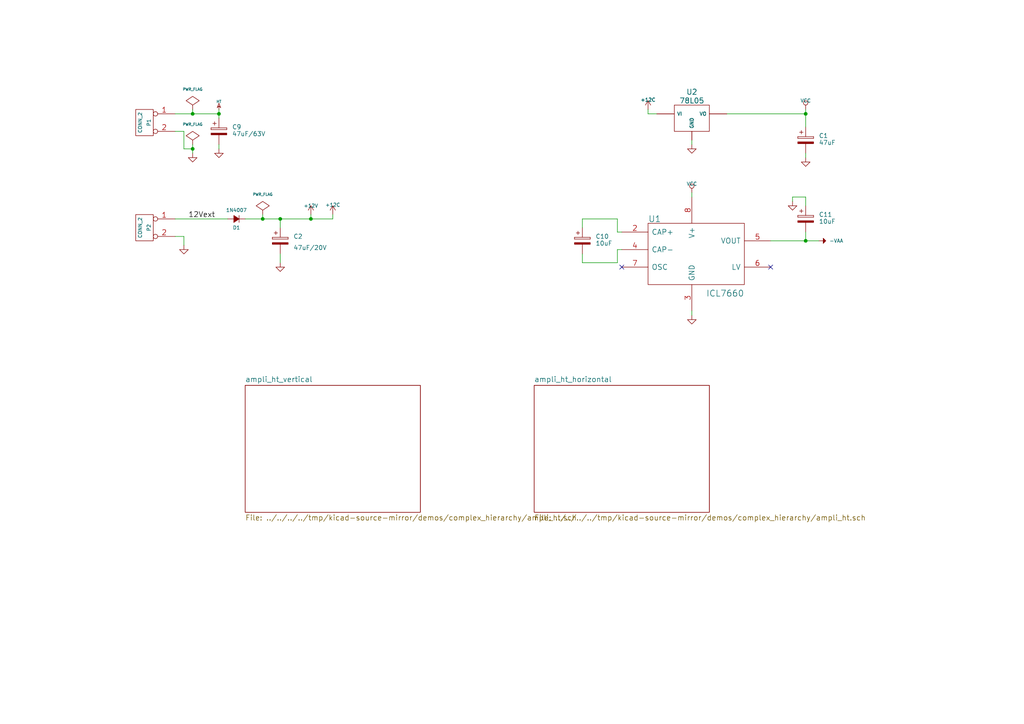
<source format=kicad_sch>
(kicad_sch (version 20230121) (generator eeschema)
  (paper "A4")
  (title_block (date "21 mar 2015"))
  (lib_symbols
    (symbol "complex_hierarchy_schlib:+12C" (power) (pin_names (offset 0))
      (property "Value" "+12C" (at 0 3.81 0))
      (symbol "+12C_0_1"
        (polyline (pts (xy -0.762 1.27) (xy 0 2.54)))
        (polyline (pts (xy 0 0) (xy 0 2.54)))
        (polyline (pts (xy 0 2.54) (xy 0.762 1.27)))
      )
      (symbol "+12C_1_1"
        (pin power_in line (at 0 0 90) (length 0) hide (name "+12C") (number "1"))
      )
    )
    (symbol "complex_hierarchy_schlib:+12V" (power) (pin_names (offset 0))
      (property "Value" "+12V" (at 0 3.556 0))
      (symbol "+12V_0_1"
        (polyline (pts (xy -0.762 1.27) (xy 0 2.54)))
        (polyline (pts (xy 0 0) (xy 0 2.54)))
        (polyline (pts (xy 0 2.54) (xy 0.762 1.27)))
      )
      (symbol "+12V_1_1"
        (pin power_in line (at 0 0 90) (length 0) hide (name "+12V") (number "1"))
      )
    )
    (symbol "complex_hierarchy_schlib:-VAA" (power) (pin_names (offset 0))
      (property "Value" "-VAA" (at 0 2.54 0))
      (symbol "-VAA_0_0"
        (pin power_in line (at 0 0 90) (length 0) hide (name "-VAA") (number "1"))
      )
      (symbol "-VAA_0_1"
        (polyline (pts (xy 0 0) (xy 0 1.27) (xy 0 1.27)))
        (polyline (pts (xy 0 2.032) (xy 0.762 1.27) (xy -0.508 1.27) (xy -0.762 1.27) (xy 0 2.032) (xy 0 2.032) (xy 0 2.032)) (fill (type outline)))
      )
    )
    (symbol "complex_hierarchy_schlib:7805" (pin_numbers hide) (pin_names (offset 0.762))
      (property "Reference" "U" (at 3.81 -4.9784 0))
      (property "Value" "7805" (at 0 5.08 0))
      (symbol "7805_0_1"
        (rectangle (start -5.08 -3.81) (end 5.08 3.81))
      )
      (symbol "7805_1_1"
        (pin input line (at 0 -6.35 90) (length 2.54) (name "GND") (number "GND"))
        (pin input line (at -10.16 1.27 0) (length 5.08) (name "VI") (number "VI"))
        (pin power_out line (at 10.16 1.27 180) (length 5.08) (name "VO") (number "VO"))
      )
    )
    (symbol "complex_hierarchy_schlib:CONN_2" (pin_names (offset 1.016) hide)
      (property "Reference" "P" (at -1.27 0 90))
      (property "Value" "CONN_2" (at 1.27 0 90))
      (symbol "CONN_2_0_1"
        (rectangle (start -2.54 3.81) (end 2.54 -3.81))
      )
      (symbol "CONN_2_1_1"
        (pin passive inverted (at -8.89 2.54 0) (length 6.35) (name "P1") (number "1"))
        (pin passive inverted (at -8.89 -2.54 0) (length 6.35) (name "PM") (number "2"))
      )
    )
    (symbol "complex_hierarchy_schlib:CP" (pin_numbers hide) (pin_names (offset 0.254))
      (property "Reference" "C" (at 0.635 2.54 0))
      (property "Value" "CP" (at 0.635 -2.54 0))
      (symbol "CP_0_1"
        (rectangle (start -2.286 0.508) (end -2.286 1.016))
        (rectangle (start -2.286 0.508) (end 2.286 0.508))
        (rectangle (start -1.778 2.286) (end -0.762 2.286))
        (rectangle (start -1.27 1.778) (end -1.27 2.794))
        (rectangle (start 2.286 -0.508) (end -2.286 -1.016) (fill (type outline)))
        (rectangle (start 2.286 1.016) (end -2.286 1.016))
        (rectangle (start 2.286 1.016) (end 2.286 0.508))
      )
      (symbol "CP_1_1"
        (pin passive line (at 0 3.81 270) (length 2.794) (name "~") (number "1"))
        (pin passive line (at 0 -3.81 90) (length 2.794) (name "~") (number "2"))
      )
    )
    (symbol "complex_hierarchy_schlib:D_Small" (pin_numbers hide) (pin_names (offset 0.254) hide)
      (property "Reference" "D" (at -1.27 2.032 0))
      (property "Value" "D_Small" (at -3.81 -2.032 0))
      (symbol "D_Small_0_1"
        (polyline (pts (xy -0.762 -1.016) (xy -0.762 1.016)))
        (polyline (pts (xy 0.762 -1.016) (xy -0.762 0) (xy 0.762 1.016) (xy 0.762 -1.016)) (fill (type outline)))
      )
      (symbol "D_Small_1_1"
        (pin passive line (at -2.54 0 0) (length 1.778) (name "K") (number "1"))
        (pin passive line (at 2.54 0 180) (length 1.778) (name "A") (number "2"))
      )
    )
    (symbol "complex_hierarchy_schlib:GND" (power) (pin_names (offset 0))
      (property "Value" "GND" (at 0 -3.1242 0))
      (symbol "GND_0_1"
        (polyline (pts (xy 0 0) (xy 0 -1.27) (xy 1.27 -1.27) (xy 0 -2.54) (xy -1.27 -1.27) (xy 0 -1.27)))
      )
      (symbol "GND_1_1"
        (pin power_in line (at 0 0 270) (length 0) hide (name "GND") (number "1"))
      )
    )
    (symbol "complex_hierarchy_schlib:HT" (power) (pin_names (offset 0))
      (property "Value" "HT" (at 0 2.286 0))
      (symbol "HT_0_0"
        (pin power_in line (at 0 0 90) (length 0) hide (name "HT") (number "1"))
      )
      (symbol "HT_0_1"
        (polyline (pts (xy 0 0) (xy 0 1.016) (xy 0 1.016)))
        (polyline (pts (xy 0 1.016) (xy 0.508 0.508) (xy 0 1.778) (xy -0.508 0.508) (xy 0 1.016) (xy 0 1.016)))
      )
    )
    (symbol "complex_hierarchy_schlib:ICL7660" (pin_names (offset 1.016))
      (property "Reference" "U" (at 5.08 10.16 0))
      (property "Value" "ICL7660" (at 1.27 -11.43 0))
      (symbol "ICL7660_0_1"
        (rectangle (start -13.97 -8.89) (end 13.97 8.89))
      )
      (symbol "ICL7660_1_1"
        (pin input line (at -21.59 6.35 0) (length 7.62) (name "CAP+") (number "2"))
        (pin power_in line (at -1.27 -16.51 90) (length 7.62) (name "GND") (number "3"))
        (pin input line (at -21.59 1.27 0) (length 7.62) (name "CAP-") (number "4"))
        (pin power_out line (at 21.59 3.81 180) (length 7.62) (name "VOUT") (number "5"))
        (pin input line (at 21.59 -3.81 180) (length 7.62) (name "LV") (number "6"))
        (pin input line (at -21.59 -3.81 0) (length 7.62) (name "OSC") (number "7"))
        (pin power_in line (at -1.27 16.51 270) (length 7.62) (name "V+") (number "8"))
      )
    )
    (symbol "complex_hierarchy_schlib:PWR_FLAG" (power) (pin_numbers hide) (pin_names (offset 0) hide)
      (property "Value" "PWR_FLAG" (at 0 4.572 0))
      (symbol "PWR_FLAG_0_0"
        (pin power_out line (at 0 0 90) (length 0) (name "pwr") (number "1"))
      )
      (symbol "PWR_FLAG_0_1"
        (polyline (pts (xy 0 0) (xy 0 1.27) (xy -1.905 2.54) (xy 0 3.81) (xy 1.905 2.54) (xy 0 1.27)))
      )
    )
    (symbol "complex_hierarchy_schlib:VCC" (power) (pin_names (offset 0))
      (property "Value" "VCC" (at 0 3.81 0))
      (symbol "VCC_0_1"
        (polyline (pts (xy 0 0) (xy 0 1.27)))
        (circle (center 0 1.905) (radius 0.635))
      )
      (symbol "VCC_1_1"
        (pin power_in line (at 0 0 90) (length 0) hide (name "VCC") (number "1"))
      )
    )
  )
  (junction (at 81.28 63.5))
  (junction (at 233.68 33.02))
  (junction (at 233.68 69.85))
  (junction (at 76.2 63.5))
  (junction (at 55.88 33.02))
  (junction (at 55.88 43.18))
  (junction (at 90.17 63.5))
  (junction (at 63.5 33.02))
  (no_connect (at 180.34 77.47))
  (no_connect (at 223.52 77.47))
  (wire (pts (xy 187.96 31.75) (xy 187.96 33.02)))
  (wire (pts (xy 200.66 91.44) (xy 200.66 90.17)))
  (wire (pts (xy 50.8 38.1) (xy 53.34 38.1)))
  (wire (pts (xy 71.12 63.5) (xy 76.2 63.5)))
  (wire (pts (xy 233.68 67.31) (xy 233.68 69.85)))
  (wire (pts (xy 55.88 31.75) (xy 55.88 33.02)))
  (wire (pts (xy 200.66 55.88) (xy 200.66 57.15)))
  (wire (pts (xy 168.91 66.04) (xy 168.91 63.5)))
  (wire (pts (xy 223.52 69.85) (xy 233.68 69.85)))
  (wire (pts (xy 55.88 43.18) (xy 55.88 44.45)))
  (wire (pts (xy 81.28 63.5) (xy 90.17 63.5)))
  (wire (pts (xy 81.28 73.66) (xy 81.28 76.2)))
  (wire (pts (xy 233.68 31.75) (xy 233.68 33.02)))
  (wire (pts (xy 233.68 33.02) (xy 233.68 36.83)))
  (wire (pts (xy 168.91 73.66) (xy 168.91 76.2)))
  (wire (pts (xy 90.17 62.23) (xy 90.17 63.5)))
  (wire (pts (xy 53.34 43.18) (xy 55.88 43.18)))
  (wire (pts (xy 63.5 31.75) (xy 63.5 33.02)))
  (wire (pts (xy 76.2 63.5) (xy 81.28 63.5)))
  (wire (pts (xy 179.07 76.2) (xy 179.07 72.39)))
  (wire (pts (xy 179.07 63.5) (xy 179.07 67.31)))
  (wire (pts (xy 63.5 41.91) (xy 63.5 43.18)))
  (wire (pts (xy 53.34 38.1) (xy 53.34 43.18)))
  (wire (pts (xy 229.87 57.15) (xy 233.68 57.15)))
  (wire (pts (xy 81.28 63.5) (xy 81.28 66.04)))
  (wire (pts (xy 53.34 71.12) (xy 53.34 68.58)))
  (wire (pts (xy 233.68 59.69) (xy 233.68 57.15)))
  (wire (pts (xy 63.5 33.02) (xy 63.5 34.29)))
  (wire (pts (xy 187.96 33.02) (xy 190.5 33.02)))
  (wire (pts (xy 50.8 63.5) (xy 66.04 63.5)))
  (wire (pts (xy 168.91 76.2) (xy 179.07 76.2)))
  (wire (pts (xy 233.68 69.85) (xy 237.49 69.85)))
  (wire (pts (xy 53.34 68.58) (xy 50.8 68.58)))
  (wire (pts (xy 96.52 63.5) (xy 96.52 62.23)))
  (wire (pts (xy 200.66 41.91) (xy 200.66 40.64)))
  (wire (pts (xy 229.87 58.42) (xy 229.87 57.15)))
  (wire (pts (xy 50.8 33.02) (xy 55.88 33.02)))
  (wire (pts (xy 210.82 33.02) (xy 233.68 33.02)))
  (wire (pts (xy 168.91 63.5) (xy 179.07 63.5)))
  (wire (pts (xy 179.07 67.31) (xy 180.34 67.31)))
  (wire (pts (xy 76.2 63.5) (xy 76.2 62.23)))
  (wire (pts (xy 55.88 41.91) (xy 55.88 43.18)))
  (wire (pts (xy 90.17 63.5) (xy 96.52 63.5)))
  (wire (pts (xy 55.88 33.02) (xy 63.5 33.02)))
  (wire (pts (xy 179.07 72.39) (xy 180.34 72.39)))
  (wire (pts (xy 233.68 44.45) (xy 233.68 45.72)))
  (label "12Vext" (at 54.61 63.5 0) (effects (font (size 1.524 1.524))))
  (symbol (lib_id "complex_hierarchy_schlib:CONN_2") (at 41.91 66.04 0) (mirror y) (unit 1)
    (property "Reference" "P2" (at 43.18 66.04 90) (effects (font (size 1.016 1.016))))
    (property "Value" "CONN_2" (at 40.64 66.04 90) (effects (font (size 1.016 1.016))))
    (property "Footprint" "Connect:bornier2" (effects hide))
  )
  (symbol (lib_id "complex_hierarchy_schlib:GND") (at 53.34 71.12 0) (unit 1)
    (property "Reference" "#PWR018" (effects hide))
    (property "Value" "GND" (effects hide))
  )
  (symbol (lib_id "complex_hierarchy_schlib:D_Small") (at 68.58 63.5 0) (mirror y) (unit 1)
    (property "Reference" "D1" (at 68.58 66.04 0) (effects (font (size 1.016 1.016))))
    (property "Value" "1N4007" (at 68.58 60.96 0) (effects (font (size 1.016 1.016))))
    (property "Footprint" "Discret:D5" (effects hide))
  )
  (symbol (lib_id "complex_hierarchy_schlib:CP") (at 81.28 69.85 0) (unit 1)
    (property "Reference" "C2" (at 85.09 68.58 0) (effects (justify left)))
    (property "Value" "47uF/20V" (at 85.09 71.12 0) (effects (justify left top)))
    (property "Footprint" "Discret:CP6" (effects hide))
  )
  (symbol (lib_id "complex_hierarchy_schlib:GND") (at 81.28 76.2 0) (unit 1)
    (property "Reference" "#PWR017" (effects hide))
    (property "Value" "GND" (effects hide))
  )
  (symbol (lib_id "complex_hierarchy_schlib:+12V") (at 90.17 62.23 0) (unit 1)
    (property "Reference" "#U016" (effects hide))
    (property "Value" "+12V" (at 90.17 59.69 0) (effects (font (size 1.016 1.016))))
  )
  (symbol (lib_id "complex_hierarchy_schlib:PWR_FLAG") (at 55.88 41.91 0) (unit 1)
    (property "Reference" "#U015" (effects hide))
    (property "Value" "PWR_FLAG" (at 55.88 36.068 0) (effects (font (size 0.762 0.762))))
  )
  (symbol (lib_id "complex_hierarchy_schlib:+12C") (at 96.52 62.23 0) (unit 1)
    (property "Reference" "#PWR014" (effects hide))
    (property "Value" "+12C" (at 96.52 59.436 0) (effects (font (size 1.016 1.016))))
  )
  (symbol (lib_id "complex_hierarchy_schlib:PWR_FLAG") (at 76.2 62.23 0) (unit 1)
    (property "Reference" "#U013" (effects hide))
    (property "Value" "PWR_FLAG" (at 76.2 56.388 0) (effects (font (size 0.762 0.762))))
  )
  (symbol (lib_id "complex_hierarchy_schlib:PWR_FLAG") (at 55.88 31.75 0) (unit 1)
    (property "Reference" "#U012" (effects hide))
    (property "Value" "PWR_FLAG" (at 55.88 25.908 0) (effects (font (size 0.762 0.762))))
  )
  (symbol (lib_id "complex_hierarchy_schlib:+12C") (at 187.96 31.75 0) (unit 1)
    (property "Reference" "#PWR011" (effects hide))
    (property "Value" "+12C" (at 187.96 28.956 0) (effects (font (size 1.016 1.016))))
  )
  (symbol (lib_id "complex_hierarchy_schlib:GND") (at 200.66 41.91 0) (unit 1)
    (property "Reference" "#PWR010" (effects hide))
    (property "Value" "GND" (effects hide))
  )
  (symbol (lib_id "complex_hierarchy_schlib:GND") (at 233.68 45.72 0) (unit 1)
    (property "Reference" "#PWR09" (effects hide))
    (property "Value" "GND" (effects hide))
  )
  (symbol (lib_id "complex_hierarchy_schlib:CP") (at 233.68 40.64 0) (unit 1)
    (property "Reference" "C1" (at 237.49 39.37 0) (effects (justify left)))
    (property "Value" "47uF" (at 237.49 40.64 0) (effects (justify left top)))
    (property "Footprint" "Discret:CP6" (effects hide))
  )
  (symbol (lib_id "complex_hierarchy_schlib:HT") (at 63.5 31.75 0) (unit 1)
    (property "Reference" "#PWR08" (effects hide))
    (property "Value" "HT" (at 63.5 29.464 0) (effects (font (size 0.762 0.762))))
  )
  (symbol (lib_id "complex_hierarchy_schlib:CONN_2") (at 41.91 35.56 0) (mirror y) (unit 1)
    (property "Reference" "P1" (at 43.18 35.56 90) (effects (font (size 1.016 1.016))))
    (property "Value" "CONN_2" (at 40.64 35.56 90) (effects (font (size 1.016 1.016))))
    (property "Footprint" "Connect:bornier2" (effects hide))
  )
  (symbol (lib_id "complex_hierarchy_schlib:GND") (at 55.88 44.45 0) (unit 1)
    (property "Reference" "#PWR07" (effects hide))
    (property "Value" "GND" (effects hide))
  )
  (symbol (lib_id "complex_hierarchy_schlib:GND") (at 63.5 43.18 0) (unit 1)
    (property "Reference" "#PWR06" (effects hide))
    (property "Value" "GND" (effects hide))
  )
  (symbol (lib_id "complex_hierarchy_schlib:CP") (at 63.5 38.1 0) (unit 1)
    (property "Reference" "C9" (at 67.31 36.83 0) (effects (justify left)))
    (property "Value" "47uF/63V" (at 67.31 38.1 0) (effects (justify left top)))
    (property "Footprint" "Discret:CP8" (effects hide))
  )
  (symbol (lib_id "complex_hierarchy_schlib:ICL7660") (at 201.93 73.66 0) (unit 1)
    (property "Reference" "U1" (at 187.96 63.5 0) (effects (font (size 1.778 1.778)) (justify left)))
    (property "Value" "ICL7660" (at 215.9 85.09 0) (effects (font (size 1.778 1.778)) (justify right)))
    (property "Footprint" "dip_sockets:DIP-8__300_ELL" (effects hide))
  )
  (symbol (lib_id "complex_hierarchy_schlib:GND") (at 200.66 91.44 0) (unit 1)
    (property "Reference" "#PWR05" (effects hide))
    (property "Value" "GND" (effects hide))
  )
  (symbol (lib_id "complex_hierarchy_schlib:VCC") (at 233.68 31.75 0) (unit 1)
    (property "Reference" "#PWR04" (effects hide))
    (property "Value" "VCC" (at 233.68 29.21 0) (effects (font (size 1.016 1.016))))
  )
  (symbol (lib_id "complex_hierarchy_schlib:VCC") (at 200.66 55.88 0) (unit 1)
    (property "Reference" "#PWR03" (effects hide))
    (property "Value" "VCC" (at 200.66 53.34 0) (effects (font (size 1.016 1.016))))
  )
  (symbol (lib_id "complex_hierarchy_schlib:7805") (at 200.66 34.29 0) (unit 1)
    (property "Reference" "U2" (at 200.66 26.67 0) (effects (font (size 1.524 1.524))))
    (property "Value" "78L05" (at 200.66 29.21 0) (effects (font (size 1.524 1.524))))
    (property "Footprint" "Discret:LM78LXX" (effects hide))
  )
  (symbol (lib_id "complex_hierarchy_schlib:-VAA") (at 237.49 69.85 270) (unit 1)
    (property "Reference" "#PWR02" (effects hide))
    (property "Value" "-VAA" (at 242.57 69.85 90) (effects (font (size 1.016 1.016))))
  )
  (symbol (lib_id "complex_hierarchy_schlib:CP") (at 233.68 63.5 0) (unit 1)
    (property "Reference" "C11" (at 237.49 62.23 0) (effects (justify left)))
    (property "Value" "10uF" (at 237.49 63.5 0) (effects (justify left top)))
    (property "Footprint" "Discret:CP6" (effects hide))
  )
  (symbol (lib_id "complex_hierarchy_schlib:GND") (at 229.87 58.42 0) (unit 1)
    (property "Reference" "#PWR01" (effects hide))
    (property "Value" "GND" (effects hide))
  )
  (symbol (lib_id "complex_hierarchy_schlib:CP") (at 168.91 69.85 0) (unit 1)
    (property "Reference" "C10" (at 172.72 68.58 0) (effects (justify left)))
    (property "Value" "10uF" (at 172.72 69.85 0) (effects (justify left top)))
    (property "Footprint" "Discret:CP6" (effects hide))
  )
  (sheet (at 71.12 111.76) (size 50.8 36.83)
    (property "Sheetname" "ampli_ht_vertical" (at 71.12 110.9214 0) (effects (font (size 1.524 1.524)) (justify left bottom)))
    (property "Sheetfile" "../../../../tmp/kicad-source-mirror/demos/complex_hierarchy/ampli_ht.sch" (at 71.12 149.2762 0) (effects (font (size 1.524 1.524)) (justify left top)))
  )
  (sheet (at 154.94 111.76) (size 50.8 36.83)
    (property "Sheetname" "ampli_ht_horizontal" (at 154.94 110.9214 0) (effects (font (size 1.524 1.524)) (justify left bottom)))
    (property "Sheetfile" "../../../../tmp/kicad-source-mirror/demos/complex_hierarchy/ampli_ht.sch" (at 154.94 149.2762 0) (effects (font (size 1.524 1.524)) (justify left top)))
  )
)
</source>
